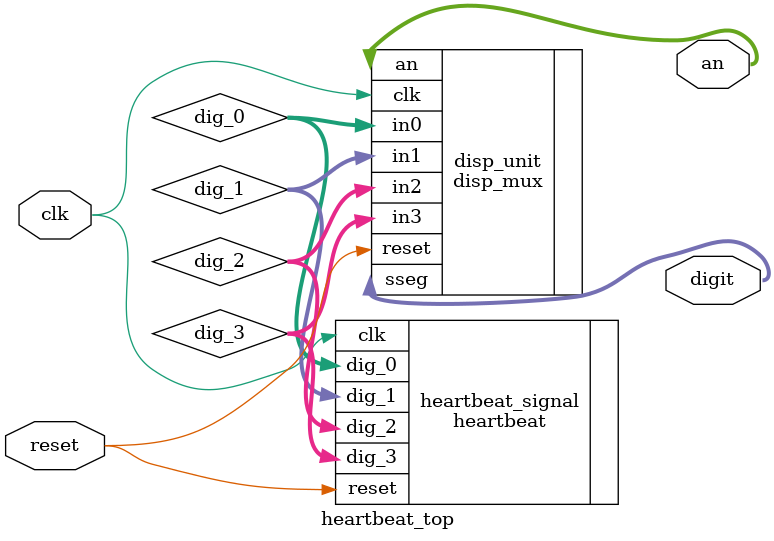
<source format=v>
module heartbeat_top(

   input wire clk,
   input wire reset,

   output wire [3:0] an,
   output wire [7:0] digit
);

   wire [7:0]        dig_0;
   wire [7:0]        dig_1;
   wire [7:0]        dig_2;
   wire [7:0]        dig_3;

   heartbeat heartbeat_signal
     (.clk(clk), .reset(reset),
      .dig_0(dig_0), .dig_1(dig_1), .dig_2(dig_2), .dig_3(dig_3));

   // instantiate 7-segment decoder
   disp_mux disp_unit
     (.clk(clk), .reset(reset),
      .in3(dig_3), .in2(dig_2), .in1(dig_1), .in0(dig_0),
      .an(an), .sseg(digit));

endmodule

</source>
